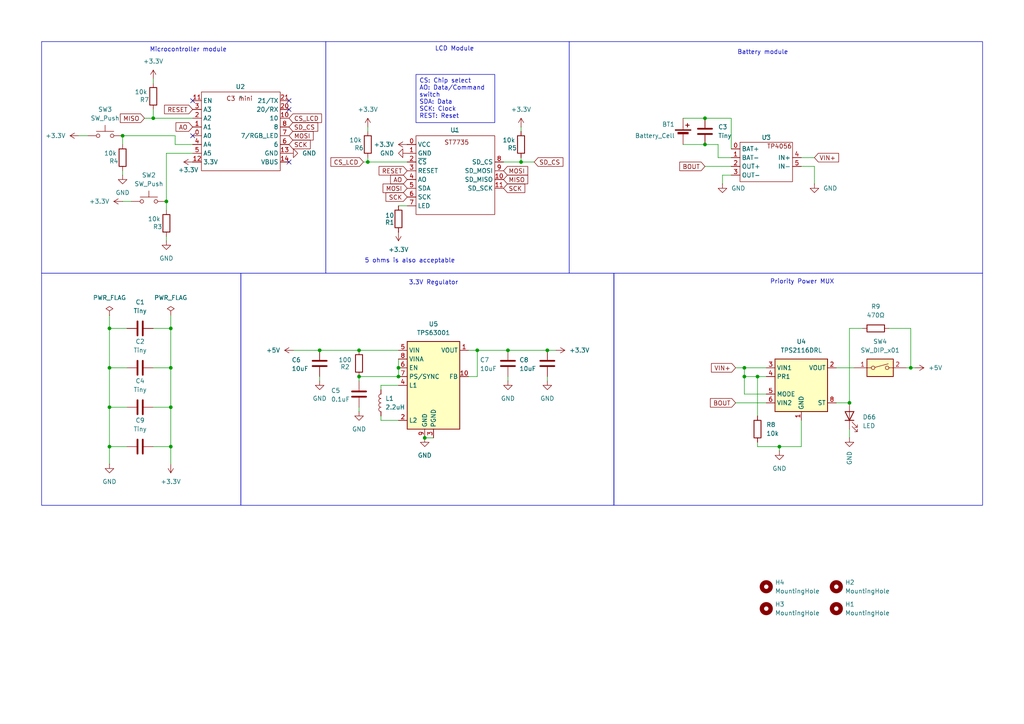
<source format=kicad_sch>
(kicad_sch (version 20250114) (generator "eeschema") (generator_version "9.0")
  (paper "A4")
  (title_block (title "Aniweather") (date "2024-12-05") (rev "v1.11") (company "Cyao") (comment 1 "Anime weather station"))
  (lib_symbols
    (symbol "Device:Battery_Cell" (pin_numbers (hide yes)) (pin_names (offset 0) (hide yes))
      (property "Reference" "BT" (at 2.54 2.54 0))
      (property "Value" "Battery_Cell" (at 2.54 0 0))
      (symbol "Battery_Cell_0_1"
        (rectangle (start -2.286 1.778) (end 2.286 1.524) (fill (type outline)))
        (rectangle (start -1.524 1.016) (end 1.524 0.508) (fill (type outline)))
        (polyline (pts (xy 0 1.778) (xy 0 2.54)))
        (polyline (pts (xy 0 0.762) (xy 0 0)))
        (polyline (pts (xy 0.762 3.048) (xy 1.778 3.048)) (stroke (width 0.254)))
        (polyline (pts (xy 1.27 3.556) (xy 1.27 2.54)) (stroke (width 0.254)))
      )
      (symbol "Battery_Cell_1_1"
        (pin passive line (at 0 5.08 270) (length 2.54) (name "+") (number "1"))
        (pin passive line (at 0 -2.54 90) (length 2.54) (name "-") (number "2"))
      )
    )
    (symbol "Device:C" (pin_numbers (hide yes)) (pin_names (offset 0.254))
      (property "Reference" "C" (at 0.635 2.54 0))
      (property "Value" "C" (at 0.635 -2.54 0))
      (symbol "C_0_1"
        (polyline (pts (xy -2.032 0.762) (xy 2.032 0.762)) (stroke (width 0.508)))
        (polyline (pts (xy -2.032 -0.762) (xy 2.032 -0.762)) (stroke (width 0.508)))
      )
      (symbol "C_1_1"
        (pin passive line (at 0 3.81 270) (length 2.794) (name "~") (number "1"))
        (pin passive line (at 0 -3.81 90) (length 2.794) (name "~") (number "2"))
      )
    )
    (symbol "Device:L" (pin_numbers (hide yes)) (pin_names (offset 1.016) (hide yes))
      (property "Reference" "L" (at -1.27 0 90))
      (property "Value" "L" (at 1.905 0 90))
      (symbol "L_0_1"
        (arc (start 0 2.54) (mid 0.6323 1.905) (end 0 1.27))
        (arc (start 0 1.27) (mid 0.6323 0.635) (end 0 0))
        (arc (start 0 0) (mid 0.6323 -0.635) (end 0 -1.27))
        (arc (start 0 -1.27) (mid 0.6323 -1.905) (end 0 -2.54))
      )
      (symbol "L_1_1"
        (pin passive line (at 0 3.81 270) (length 1.27) (name "1") (number "1"))
        (pin passive line (at 0 -3.81 90) (length 1.27) (name "2") (number "2"))
      )
    )
    (symbol "Device:LED" (pin_numbers (hide yes)) (pin_names (offset 1.016) (hide yes))
      (property "Reference" "D" (at 0 2.54 0))
      (property "Value" "LED" (at 0 -2.54 0))
      (symbol "LED_0_1"
        (polyline (pts (xy -3.048 -0.762) (xy -4.572 -2.286) (xy -3.81 -2.286) (xy -4.572 -2.286) (xy -4.572 -1.524)))
        (polyline (pts (xy -1.778 -0.762) (xy -3.302 -2.286) (xy -2.54 -2.286) (xy -3.302 -2.286) (xy -3.302 -1.524)))
        (polyline (pts (xy -1.27 0) (xy 1.27 0)))
        (polyline (pts (xy -1.27 -1.27) (xy -1.27 1.27)) (stroke (width 0.254)))
        (polyline (pts (xy 1.27 -1.27) (xy 1.27 1.27) (xy -1.27 0) (xy 1.27 -1.27)) (stroke (width 0.254)))
      )
      (symbol "LED_1_1"
        (pin passive line (at -3.81 0 0) (length 2.54) (name "K") (number "1"))
        (pin passive line (at 3.81 0 180) (length 2.54) (name "A") (number "2"))
      )
    )
    (symbol "Device:R" (pin_numbers (hide yes)) (pin_names (offset 0))
      (property "Reference" "R" (at 2.032 0 90))
      (property "Value" "R" (at 0 0 90))
      (symbol "R_0_1"
        (rectangle (start -1.016 -2.54) (end 1.016 2.54) (stroke (width 0.254)))
      )
      (symbol "R_1_1"
        (pin passive line (at 0 3.81 270) (length 1.27) (name "~") (number "1"))
        (pin passive line (at 0 -3.81 90) (length 1.27) (name "~") (number "2"))
      )
    )
    (symbol "Mechanical:MountingHole" (pin_names (offset 1.016)) (exclude_from_sim yes) (in_bom no)
      (property "Reference" "H" (at 0 5.08 0))
      (property "Value" "MountingHole" (at 0 3.175 0))
      (symbol "MountingHole_0_1"
        (circle (center 0 0) (radius 1.27) (stroke (width 1.27)))
      )
    )
    (symbol "Power_Management:TPS2116DRL"
      (property "Reference" "U" (at -7.874 9.144 0))
      (property "Value" "TPS2116DRL" (at 0.508 -8.89 0))
      (symbol "TPS2116DRL_0_1"
        (rectangle (start -7.62 7.62) (end 7.62 -7.62) (stroke (width 0.254)) (fill (type background)))
      )
      (symbol "TPS2116DRL_1_0"
        (pin power_out line (at 10.16 5.08 180) (length 2.54) (hide yes) (name "VOUT") (number "7"))
      )
      (symbol "TPS2116DRL_1_1"
        (pin power_in line (at -10.16 5.08 0) (length 2.54) (name "VIN1") (number "3"))
        (pin input line (at -10.16 2.54 0) (length 2.54) (name "PR1") (number "4"))
        (pin input line (at -10.16 -2.54 0) (length 2.54) (name "MODE") (number "5"))
        (pin power_in line (at -10.16 -5.08 0) (length 2.54) (name "VIN2") (number "6"))
        (pin power_in line (at 0 -10.16 90) (length 2.54) (name "GND") (number "1"))
        (pin power_out line (at 10.16 5.08 180) (length 2.54) (name "VOUT") (number "2"))
        (pin open_collector line (at 10.16 -5.08 180) (length 2.54) (name "ST") (number "8"))
      )
    )
    (symbol "Regulator_Switching:TPS63001"
      (property "Reference" "U" (at -7.62 13.97 0))
      (property "Value" "TPS63001" (at 5.08 13.97 0))
      (symbol "TPS63001_0_1"
        (rectangle (start -7.62 12.7) (end 7.62 -12.7) (stroke (width 0.254)) (fill (type background)))
      )
      (symbol "TPS63001_1_1"
        (pin power_in line (at -10.16 10.16 0) (length 2.54) (name "VIN") (number "5"))
        (pin power_in line (at -10.16 7.62 0) (length 2.54) (name "VINA") (number "8"))
        (pin input line (at -10.16 5.08 0) (length 2.54) (name "EN") (number "6"))
        (pin input line (at -10.16 2.54 0) (length 2.54) (name "PS/SYNC") (number "7"))
        (pin input line (at -10.16 0 0) (length 2.54) (name "L1") (number "4"))
        (pin input line (at -10.16 -10.16 0) (length 2.54) (name "L2") (number "2"))
        (pin power_in line (at -2.54 -15.24 90) (length 2.54) (name "GND") (number "9"))
        (pin passive line (at 0 -15.24 90) (length 2.54) (hide yes) (name "PGND") (number "11"))
        (pin power_in line (at 0 -15.24 90) (length 2.54) (name "PGND") (number "3"))
        (pin power_out line (at 10.16 10.16 180) (length 2.54) (name "VOUT") (number "1"))
        (pin input line (at 10.16 2.54 180) (length 2.54) (name "FB") (number "10"))
      )
    )
    (symbol "Switch:SW_DIP_x01" (pin_names (offset 0) (hide yes))
      (property "Reference" "SW" (at 0 3.81 0))
      (property "Value" "SW_DIP_x01" (at 0 -3.81 0))
      (symbol "SW_DIP_x01_0_0"
        (circle (center -2.032 0) (radius 0.508))
        (polyline (pts (xy -1.524 0.127) (xy 2.3622 1.1684)))
        (circle (center 2.032 0) (radius 0.508))
      )
      (symbol "SW_DIP_x01_0_1"
        (rectangle (start -3.81 2.54) (end 3.81 -2.54) (stroke (width 0.254)) (fill (type background)))
      )
      (symbol "SW_DIP_x01_1_1"
        (pin passive line (at -7.62 0 0) (length 5.08) (name "~") (number "1"))
        (pin passive line (at 7.62 0 180) (length 5.08) (name "~") (number "2"))
      )
    )
    (symbol "Switch:SW_Push" (pin_numbers (hide yes)) (pin_names (offset 1.016) (hide yes))
      (property "Reference" "SW" (at 1.27 2.54 0))
      (property "Value" "SW_Push" (at 0 -1.524 0))
      (symbol "SW_Push_0_1"
        (circle (center -2.032 0) (radius 0.508))
        (polyline (pts (xy 0 1.27) (xy 0 3.048)))
        (circle (center 2.032 0) (radius 0.508))
        (polyline (pts (xy 2.54 1.27) (xy -2.54 1.27)))
        (pin passive line (at -5.08 0 0) (length 2.54) (name "1") (number "1"))
        (pin passive line (at 5.08 0 180) (length 2.54) (name "2") (number "2"))
      )
    )
    (symbol "asylum:C3-mini"
      (property "Reference" "U" (at 0 0 0))
      (symbol "C3-mini_0_1"
        (rectangle (start -11.43 11.43) (end 11.43 -11.43))
      )
      (symbol "C3-mini_1_1"
        (text "C3 mini\n" (at -0.381 9.525 0) (effects (font (size 1.27 1.27))))
        (pin input line (at -13.97 8.89 0) (length 2.54) (name "EN") (number "11"))
        (pin bidirectional line (at -13.97 6.35 0) (length 2.54) (name "A3") (number "3"))
        (pin bidirectional line (at -13.97 3.81 0) (length 2.54) (name "A2") (number "2"))
        (pin bidirectional line (at -13.97 1.27 0) (length 2.54) (name "A1") (number "1"))
        (pin bidirectional line (at -13.97 -1.27 0) (length 2.54) (name "A0") (number "0"))
        (pin bidirectional line (at -13.97 -3.81 0) (length 2.54) (name "A4") (number "4"))
        (pin bidirectional line (at -13.97 -6.35 0) (length 2.54) (name "A5") (number "5"))
        (pin power_out line (at -13.97 -8.89 0) (length 2.54) (name "3.3V") (number "12"))
        (pin bidirectional line (at 13.97 8.89 180) (length 2.54) (name "21/TX") (number "21"))
        (pin bidirectional line (at 13.97 6.35 180) (length 2.54) (name "20/RX") (number "20"))
        (pin bidirectional line (at 13.97 3.81 180) (length 2.54) (name "10") (number "10"))
        (pin bidirectional line (at 13.97 1.27 180) (length 2.54) (name "8") (number "8"))
        (pin bidirectional line (at 13.97 -1.27 180) (length 2.54) (name "7/RGB_LED") (number "7"))
        (pin bidirectional line (at 13.97 -3.81 180) (length 2.54) (name "6") (number "6"))
        (pin power_out line (at 13.97 -6.35 180) (length 2.54) (name "GND") (number "13"))
        (pin power_in line (at 13.97 -8.89 180) (length 2.54) (name "VBUS") (number "14"))
      )
    )
    (symbol "asylum:ST7735_128x160_1.8_SPI_LCD"
      (property "Reference" "U" (at 0 0 0))
      (symbol "ST7735_128x160_1.8_SPI_LCD_0_1"
        (rectangle (start -11.43 11.43) (end 11.43 -11.43))
      )
      (symbol "ST7735_128x160_1.8_SPI_LCD_1_1"
        (text "ST7735" (at 0.381 9.525 0) (effects (font (size 1.27 1.27))))
        (pin power_out line (at -13.97 8.89 0) (length 2.54) (name "VCC") (number "0"))
        (pin power_out line (at -13.97 6.35 0) (length 2.54) (name "GND") (number "1"))
        (pin input line (at -13.97 3.81 0) (length 2.54) (name "~{CS}") (number "2"))
        (pin input line (at -13.97 1.27 0) (length 2.54) (name "RESET") (number "3"))
        (pin input line (at -13.97 -1.27 0) (length 2.54) (name "AO") (number "4"))
        (pin input line (at -13.97 -3.81 0) (length 2.54) (name "SDA") (number "5"))
        (pin input line (at -13.97 -6.35 0) (length 2.54) (name "SCK") (number "6"))
        (pin input line (at -13.97 -8.89 0) (length 2.54) (name "LED") (number "7"))
        (pin input line (at 13.97 3.81 180) (length 2.54) (name "SD_CS") (number "8"))
        (pin input line (at 13.97 1.27 180) (length 2.54) (name "SD_MOSI") (number "9"))
        (pin output line (at 13.97 -1.27 180) (length 2.54) (name "SD_MISO") (number "10"))
        (pin input line (at 13.97 -3.81 180) (length 2.54) (name "SD_SCK") (number "11"))
      )
    )
    (symbol "asylum:TP4056"
      (property "Reference" "U" (at 0 0 0))
      (symbol "TP4056_0_1"
        (rectangle (start -7.62 5.715) (end 7.62 -5.715))
      )
      (symbol "TP4056_1_1"
        (text "TP4056\n" (at 3.81 4.572 0) (effects (font (size 1.27 1.27))))
        (pin power_out line (at -10.16 3.81 0) (length 2.54) (name "BAT+") (number "0"))
        (pin power_out line (at -10.16 1.27 0) (length 2.54) (name "BAT-") (number "1"))
        (pin power_out line (at -10.16 -1.27 0) (length 2.54) (name "OUT+") (number "2"))
        (pin power_out line (at -10.16 -3.81 0) (length 2.54) (name "OUT-") (number "3"))
        (pin power_out line (at 10.16 1.27 180) (length 2.54) (name "IN+") (number "4"))
        (pin power_out line (at 10.16 -1.27 180) (length 2.54) (name "IN-") (number "5"))
      )
    )
    (symbol "power:+3.3V" (power) (pin_numbers (hide yes)) (pin_names (offset 0) (hide yes))
      (property "Value" "+3.3V" (at 0 3.556 0))
      (symbol "+3.3V_0_1"
        (polyline (pts (xy -0.762 1.27) (xy 0 2.54)))
        (polyline (pts (xy 0 2.54) (xy 0.762 1.27)))
        (polyline (pts (xy 0 0) (xy 0 2.54)))
      )
      (symbol "+3.3V_1_1"
        (pin power_in line (at 0 0 90) (length 0) (name "~") (number "1"))
      )
    )
    (symbol "power:+5V" (power) (pin_numbers (hide yes)) (pin_names (offset 0) (hide yes))
      (property "Value" "+5V" (at 0 3.556 0))
      (symbol "+5V_0_1"
        (polyline (pts (xy -0.762 1.27) (xy 0 2.54)))
        (polyline (pts (xy 0 2.54) (xy 0.762 1.27)))
        (polyline (pts (xy 0 0) (xy 0 2.54)))
      )
      (symbol "+5V_1_1"
        (pin power_in line (at 0 0 90) (length 0) (name "~") (number "1"))
      )
    )
    (symbol "power:GND" (power) (pin_numbers (hide yes)) (pin_names (offset 0) (hide yes))
      (property "Value" "GND" (at 0 -3.81 0))
      (symbol "GND_0_1"
        (polyline (pts (xy 0 0) (xy 0 -1.27) (xy 1.27 -1.27) (xy 0 -2.54) (xy -1.27 -1.27) (xy 0 -1.27)))
      )
      (symbol "GND_1_1"
        (pin power_in line (at 0 0 270) (length 0) (name "~") (number "1"))
      )
    )
    (symbol "power:PWR_FLAG" (power) (pin_numbers (hide yes)) (pin_names (offset 0) (hide yes))
      (property "Value" "PWR_FLAG" (at 0 3.81 0))
      (symbol "PWR_FLAG_0_0"
        (pin power_out line (at 0 0 90) (length 0) (name "~") (number "1"))
      )
      (symbol "PWR_FLAG_0_1"
        (polyline (pts (xy 0 0) (xy 0 1.27) (xy -1.016 1.905) (xy 0 2.54) (xy 1.016 1.905) (xy 0 1.27)))
      )
    )
  )
  (rectangle (start 69.85 79.248) (end 178.054 146.558))
  (rectangle (start 178.054 79.248) (end 284.988 146.558))
  (rectangle (start 165.1 12.065) (end 284.988 79.248))
  (rectangle (start 12.065 12.065) (end 94.488 79.248))
  (rectangle (start 12.065 79.248) (end 69.85 146.558))
  (rectangle (start 94.488 12.065) (end 165.1 79.248))
  (text "Microcontroller module" (at 54.61 14.478 0) (effects (font (size 1.27 1.27))))
  (text "Battery module" (at 221.234 15.24 0) (effects (font (size 1.27 1.27))))
  (text "3.3V Regulator" (at 125.73 82.042 0) (effects (font (size 1.27 1.27))))
  (text "Priority Power MUX" (at 232.664 81.788 0) (effects (font (size 1.27 1.27))))
  (text "5 ohms is also acceptable" (at 118.872 75.692 0) (effects (font (size 1.27 1.27))))
  (text "LCD Module" (at 131.826 14.224 0) (effects (font (size 1.27 1.27))))
  (text_box "CS: Chip select\nAO: Data/Command switch\nSDA: Data\nSCK: Clock\nREST: Reset" (at 120.65 21.59 0) (size 22.86 13.97) (margins 0.9525 0.9525 0.9525 0.9525) (effects (font (size 1.27 1.27)) (justify left top)))
  (junction (at 215.9 109.22))
  (junction (at 31.75 129.54))
  (junction (at 215.9 106.68))
  (junction (at 31.75 106.68))
  (junction (at 204.47 34.29))
  (junction (at 115.57 109.22))
  (junction (at 35.56 39.37))
  (junction (at 31.75 118.11))
  (junction (at 49.53 129.54))
  (junction (at 226.06 129.54))
  (junction (at 104.14 109.22))
  (junction (at 49.53 106.68))
  (junction (at 204.47 41.91))
  (junction (at 219.71 109.22))
  (junction (at 264.16 106.68))
  (junction (at 48.26 58.42))
  (junction (at 106.68 46.99))
  (junction (at 49.53 95.25))
  (junction (at 147.32 101.6))
  (junction (at 158.75 101.6))
  (junction (at 104.14 101.6))
  (junction (at 123.19 127))
  (junction (at 115.57 106.68))
  (junction (at 138.43 101.6))
  (junction (at 49.53 118.11))
  (junction (at 92.71 101.6))
  (junction (at 31.75 95.25))
  (junction (at 44.45 34.29))
  (junction (at 246.38 116.84))
  (junction (at 151.13 46.99))
  (no_connect (at 83.82 46.99))
  (no_connect (at 55.88 39.37))
  (no_connect (at 55.88 29.21))
  (no_connect (at 83.82 29.21))
  (no_connect (at 83.82 31.75))
  (wire (pts (xy 35.56 50.8) (xy 35.56 49.53)))
  (wire (pts (xy 215.9 109.22) (xy 219.71 109.22)))
  (wire (pts (xy 31.75 95.25) (xy 31.75 106.68)))
  (wire (pts (xy 204.47 48.26) (xy 212.09 48.26)))
  (wire (pts (xy 147.32 109.22) (xy 147.32 110.49)))
  (wire (pts (xy 219.71 128.27) (xy 219.71 129.54)))
  (wire (pts (xy 242.57 116.84) (xy 246.38 116.84)))
  (wire (pts (xy 104.14 109.22) (xy 115.57 109.22)))
  (wire (pts (xy 50.8 41.91) (xy 55.88 41.91)))
  (wire (pts (xy 110.49 113.03) (xy 110.49 111.76)))
  (wire (pts (xy 49.53 129.54) (xy 49.53 134.62)))
  (wire (pts (xy 22.86 39.37) (xy 25.4 39.37)))
  (wire (pts (xy 49.53 95.25) (xy 49.53 106.68)))
  (wire (pts (xy 115.57 59.69) (xy 118.11 59.69)))
  (wire (pts (xy 104.14 119.38) (xy 104.14 118.11)))
  (wire (pts (xy 44.45 95.25) (xy 49.53 95.25)))
  (wire (pts (xy 151.13 46.99) (xy 146.05 46.99)))
  (wire (pts (xy 49.53 106.68) (xy 49.53 118.11)))
  (wire (pts (xy 215.9 106.68) (xy 222.25 106.68)))
  (wire (pts (xy 105.41 46.99) (xy 106.68 46.99)))
  (wire (pts (xy 265.43 106.68) (xy 264.16 106.68)))
  (wire (pts (xy 35.56 39.37) (xy 50.8 39.37)))
  (wire (pts (xy 213.36 106.68) (xy 215.9 106.68)))
  (wire (pts (xy 209.55 50.8) (xy 212.09 50.8)))
  (wire (pts (xy 35.56 39.37) (xy 35.56 41.91)))
  (wire (pts (xy 226.06 129.54) (xy 232.41 129.54)))
  (wire (pts (xy 246.38 95.25) (xy 246.38 116.84)))
  (wire (pts (xy 242.57 106.68) (xy 247.65 106.68)))
  (wire (pts (xy 106.68 46.99) (xy 118.11 46.99)))
  (wire (pts (xy 262.89 106.68) (xy 264.16 106.68)))
  (wire (pts (xy 49.53 91.44) (xy 49.53 95.25)))
  (wire (pts (xy 92.71 110.49) (xy 92.71 109.22)))
  (wire (pts (xy 41.91 34.29) (xy 44.45 34.29)))
  (wire (pts (xy 232.41 45.72) (xy 236.22 45.72)))
  (wire (pts (xy 123.19 127) (xy 125.73 127)))
  (wire (pts (xy 219.71 129.54) (xy 226.06 129.54)))
  (wire (pts (xy 161.29 101.6) (xy 158.75 101.6)))
  (wire (pts (xy 135.89 109.22) (xy 138.43 109.22)))
  (wire (pts (xy 48.26 69.85) (xy 48.26 68.58)))
  (wire (pts (xy 208.28 41.91) (xy 208.28 45.72)))
  (wire (pts (xy 44.45 129.54) (xy 49.53 129.54)))
  (wire (pts (xy 44.45 34.29) (xy 55.88 34.29)))
  (wire (pts (xy 49.53 118.11) (xy 49.53 129.54)))
  (wire (pts (xy 36.83 118.11) (xy 31.75 118.11)))
  (wire (pts (xy 110.49 111.76) (xy 115.57 111.76)))
  (wire (pts (xy 106.68 45.72) (xy 106.68 46.99)))
  (wire (pts (xy 208.28 41.91) (xy 204.47 41.91)))
  (wire (pts (xy 115.57 106.68) (xy 115.57 109.22)))
  (wire (pts (xy 198.12 34.29) (xy 204.47 34.29)))
  (wire (pts (xy 31.75 129.54) (xy 36.83 129.54)))
  (wire (pts (xy 31.75 118.11) (xy 31.75 129.54)))
  (wire (pts (xy 31.75 91.44) (xy 31.75 95.25)))
  (wire (pts (xy 219.71 109.22) (xy 222.25 109.22)))
  (wire (pts (xy 212.09 34.29) (xy 212.09 43.18)))
  (wire (pts (xy 158.75 101.6) (xy 147.32 101.6)))
  (wire (pts (xy 236.22 53.34) (xy 236.22 48.26)))
  (wire (pts (xy 106.68 36.83) (xy 106.68 38.1)))
  (wire (pts (xy 147.32 101.6) (xy 138.43 101.6)))
  (wire (pts (xy 92.71 101.6) (xy 104.14 101.6)))
  (wire (pts (xy 35.56 58.42) (xy 38.1 58.42)))
  (wire (pts (xy 138.43 109.22) (xy 138.43 101.6)))
  (wire (pts (xy 215.9 109.22) (xy 215.9 106.68)))
  (wire (pts (xy 104.14 109.22) (xy 104.14 110.49)))
  (wire (pts (xy 264.16 95.25) (xy 264.16 106.68)))
  (wire (pts (xy 44.45 22.86) (xy 44.45 24.13)))
  (wire (pts (xy 115.57 104.14) (xy 115.57 106.68)))
  (wire (pts (xy 31.75 129.54) (xy 31.75 134.62)))
  (wire (pts (xy 204.47 34.29) (xy 212.09 34.29)))
  (wire (pts (xy 104.14 101.6) (xy 115.57 101.6)))
  (wire (pts (xy 209.55 50.8) (xy 209.55 53.34)))
  (wire (pts (xy 48.26 58.42) (xy 48.26 60.96)))
  (wire (pts (xy 232.41 129.54) (xy 232.41 121.92)))
  (wire (pts (xy 44.45 106.68) (xy 49.53 106.68)))
  (wire (pts (xy 158.75 109.22) (xy 158.75 110.49)))
  (wire (pts (xy 213.36 116.84) (xy 222.25 116.84)))
  (wire (pts (xy 44.45 118.11) (xy 49.53 118.11)))
  (wire (pts (xy 246.38 95.25) (xy 250.19 95.25)))
  (wire (pts (xy 50.8 39.37) (xy 50.8 41.91)))
  (wire (pts (xy 236.22 48.26) (xy 232.41 48.26)))
  (wire (pts (xy 36.83 106.68) (xy 31.75 106.68)))
  (wire (pts (xy 246.38 124.46) (xy 246.38 127)))
  (wire (pts (xy 110.49 121.92) (xy 110.49 120.65)))
  (wire (pts (xy 198.12 41.91) (xy 204.47 41.91)))
  (wire (pts (xy 208.28 45.72) (xy 212.09 45.72)))
  (wire (pts (xy 151.13 36.83) (xy 151.13 38.1)))
  (wire (pts (xy 36.83 95.25) (xy 31.75 95.25)))
  (wire (pts (xy 257.81 95.25) (xy 264.16 95.25)))
  (wire (pts (xy 48.26 44.45) (xy 55.88 44.45)))
  (wire (pts (xy 31.75 106.68) (xy 31.75 118.11)))
  (wire (pts (xy 115.57 121.92) (xy 110.49 121.92)))
  (wire (pts (xy 154.94 46.99) (xy 151.13 46.99)))
  (wire (pts (xy 222.25 114.3) (xy 215.9 114.3)))
  (wire (pts (xy 215.9 114.3) (xy 215.9 109.22)))
  (wire (pts (xy 48.26 58.42) (xy 48.26 44.45)))
  (wire (pts (xy 151.13 45.72) (xy 151.13 46.99)))
  (wire (pts (xy 138.43 101.6) (xy 135.89 101.6)))
  (wire (pts (xy 219.71 109.22) (xy 219.71 120.65)))
  (wire (pts (xy 44.45 31.75) (xy 44.45 34.29)))
  (wire (pts (xy 226.06 130.81) (xy 226.06 129.54)))
  (wire (pts (xy 85.09 101.6) (xy 92.71 101.6)))
  (global_label "AO" (shape input) (at 55.88 36.83 180) (property "Intersheetrefs" "${INTERSHEET_REFS}" (effects (hide yes))))
  (global_label "VIN+" (shape input) (at 236.22 45.72 0) (property "Intersheetrefs" "${INTERSHEET_REFS}" (effects (hide yes))))
  (global_label "VIN+" (shape input) (at 213.36 106.68 180) (property "Intersheetrefs" "${INTERSHEET_REFS}" (effects (hide yes))))
  (global_label "RESET" (shape input) (at 118.11 49.53 180) (property "Intersheetrefs" "${INTERSHEET_REFS}" (effects (hide yes))))
  (global_label "AO" (shape input) (at 118.11 52.07 180) (property "Intersheetrefs" "${INTERSHEET_REFS}" (effects (hide yes))))
  (global_label "MOSI" (shape input) (at 118.11 54.61 180) (property "Intersheetrefs" "${INTERSHEET_REFS}" (effects (hide yes))))
  (global_label "MOSI" (shape input) (at 146.05 49.53 0) (property "Intersheetrefs" "${INTERSHEET_REFS}" (effects (hide yes))))
  (global_label "MISO" (shape input) (at 146.05 52.07 0) (property "Intersheetrefs" "${INTERSHEET_REFS}" (effects (hide yes))))
  (global_label "SCK" (shape input) (at 118.11 57.15 180) (property "Intersheetrefs" "${INTERSHEET_REFS}" (effects (hide yes))))
  (global_label "SCK" (shape input) (at 83.82 41.91 0) (property "Intersheetrefs" "${INTERSHEET_REFS}" (effects (hide yes))))
  (global_label "MOSI" (shape input) (at 83.82 39.37 0) (property "Intersheetrefs" "${INTERSHEET_REFS}" (effects (hide yes))))
  (global_label "RESET" (shape input) (at 55.88 31.75 180) (property "Intersheetrefs" "${INTERSHEET_REFS}" (effects (hide yes))))
  (global_label "MISO" (shape input) (at 41.91 34.29 180) (property "Intersheetrefs" "${INTERSHEET_REFS}" (effects (hide yes))))
  (global_label "CS_LCD" (shape input) (at 83.82 34.29 0) (property "Intersheetrefs" "${INTERSHEET_REFS}" (effects (hide yes))))
  (global_label "BOUT" (shape input) (at 213.36 116.84 180) (property "Intersheetrefs" "${INTERSHEET_REFS}" (effects (hide yes))))
  (global_label "SD_CS" (shape input) (at 154.94 46.99 0) (property "Intersheetrefs" "${INTERSHEET_REFS}" (effects (hide yes))))
  (global_label "SCK" (shape input) (at 146.05 54.61 0) (property "Intersheetrefs" "${INTERSHEET_REFS}" (effects (hide yes))))
  (global_label "SD_CS" (shape input) (at 83.82 36.83 0) (property "Intersheetrefs" "${INTERSHEET_REFS}" (effects (hide yes))))
  (global_label "BOUT" (shape input) (at 204.47 48.26 180) (property "Intersheetrefs" "${INTERSHEET_REFS}" (effects (hide yes))))
  (global_label "CS_LCD" (shape input) (at 105.41 46.99 180) (property "Intersheetrefs" "${INTERSHEET_REFS}" (effects (hide yes))))
  (symbol (lib_id "power:+3.3V") (at 44.45 22.86 0) (unit 1)
    (property "Reference" "#PWR021" (effects (hide yes)))
    (property "Value" "+3.3V" (at 44.45 17.78 0))
    (property "Description" "Power symbol creates a global label with name \"+3.3V\"" (effects (hide yes)))
  )
  (symbol (lib_id "power:+5V") (at 265.43 106.68 270) (unit 1)
    (property "Reference" "#PWR025" (effects (hide yes)))
    (property "Value" "+5V" (at 269.24 106.6799 90) (effects (justify left)))
    (property "Description" "Power symbol creates a global label with name \"+5V\"" (effects (hide yes)))
  )
  (symbol (lib_id "Switch:SW_DIP_x01") (at 255.27 106.68 0) (unit 1)
    (property "Reference" "SW4" (at 255.27 99.06 0))
    (property "Value" "SW_DIP_x01" (at 255.27 101.6 0))
    (property "Footprint" "Button_Switch_THT:SW_DIP_SPSTx01_Slide_9.78x4.72mm_W7.62mm_P2.54mm" (effects (hide yes)))
    (property "Description" "1x DIP Switch, Single Pole Single Throw (SPST) switch, small symbol" (effects (hide yes)))
  )
  (symbol (lib_id "power:GND") (at 226.06 130.81 0) (unit 1)
    (property "Reference" "#PWR024" (effects (hide yes)))
    (property "Value" "GND" (at 226.06 135.89 0))
    (property "Description" "Power symbol creates a global label with name \"GND\" , ground" (effects (hide yes)))
  )
  (symbol (lib_id "Device:R") (at 151.13 41.91 180) (unit 1)
    (property "Reference" "R5" (at 148.59 42.926 0))
    (property "Value" "10k" (at 147.574 40.64 0))
    (property "Footprint" "Resistor_THT:R_Axial_DIN0207_L6.3mm_D2.5mm_P10.16mm_Horizontal" (effects (hide yes)))
    (property "Description" "Resistor" (effects (hide yes)))
  )
  (symbol (lib_id "Device:R") (at 106.68 41.91 180) (unit 1)
    (property "Reference" "R6" (at 104.14 42.926 0))
    (property "Value" "10k" (at 103.124 40.64 0))
    (property "Footprint" "Resistor_THT:R_Axial_DIN0207_L6.3mm_D2.5mm_P10.16mm_Horizontal" (effects (hide yes)))
    (property "Description" "Resistor" (effects (hide yes)))
  )
  (symbol (lib_id "power:+3.3V") (at 22.86 39.37 90) (unit 1)
    (property "Reference" "#PWR017" (effects (hide yes)))
    (property "Value" "+3.3V" (at 19.05 39.3699 90) (effects (justify left)))
    (property "Description" "Power symbol creates a global label with name \"+3.3V\"" (effects (hide yes)))
  )
  (symbol (lib_id "Device:C") (at 104.14 114.3 0) (unit 1)
    (property "Reference" "C5" (at 96.012 113.284 0) (effects (justify left)))
    (property "Value" "0.1uF" (at 96.012 115.824 0) (effects (justify left)))
    (property "Footprint" "Capacitor_THT:C_Disc_D5.0mm_W2.5mm_P2.50mm" (effects (hide yes)))
    (property "Description" "Unpolarized capacitor" (effects (hide yes)))
  )
  (symbol (lib_id "power:GND") (at 236.22 53.34 0) (unit 1)
    (property "Reference" "#PWR023" (effects (hide yes)))
    (property "Value" "GND" (at 238.76 54.6099 0) (effects (justify left)))
    (property "Description" "Power symbol creates a global label with name \"GND\" , ground" (effects (hide yes)))
  )
  (symbol (lib_id "power:GND") (at 48.26 69.85 0) (unit 1)
    (property "Reference" "#PWR02" (effects (hide yes)))
    (property "Value" "GND" (at 48.26 74.93 0))
    (property "Description" "Power symbol creates a global label with name \"GND\" , ground" (effects (hide yes)))
  )
  (symbol (lib_id "power:+5V") (at 85.09 101.6 90) (unit 1)
    (property "Reference" "#PWR022" (effects (hide yes)))
    (property "Value" "+5V" (at 81.28 101.5999 90) (effects (justify left)))
    (property "Description" "Power symbol creates a global label with name \"+5V\"" (effects (hide yes)))
  )
  (symbol (lib_id "Device:C") (at 158.75 105.41 0) (unit 1)
    (property "Reference" "C8" (at 150.622 104.394 0) (effects (justify left)))
    (property "Value" "10uF" (at 150.622 106.934 0) (effects (justify left)))
    (property "Footprint" "Capacitor_SMD:C_0805_2012Metric_Pad1.18x1.45mm_HandSolder" (effects (hide yes)))
    (property "Description" "Unpolarized capacitor" (effects (hide yes)))
  )
  (symbol (lib_id "Device:C") (at 40.64 118.11 270) (unit 1)
    (property "Reference" "C4" (at 40.64 110.49 90))
    (property "Value" "Tiny" (at 40.64 113.03 90))
    (property "Footprint" "Capacitor_THT:C_Disc_D5.0mm_W2.5mm_P2.50mm" (effects (hide yes)))
    (property "Description" "Unpolarized capacitor" (effects (hide yes)))
  )
  (symbol (lib_id "Device:C") (at 147.32 105.41 0) (unit 1)
    (property "Reference" "C7" (at 139.192 104.394 0) (effects (justify left)))
    (property "Value" "10uF" (at 139.192 106.934 0) (effects (justify left)))
    (property "Footprint" "Capacitor_SMD:C_0805_2012Metric_Pad1.18x1.45mm_HandSolder" (effects (hide yes)))
    (property "Description" "Unpolarized capacitor" (effects (hide yes)))
  )
  (symbol (lib_id "Device:C") (at 40.64 95.25 90) (unit 1)
    (property "Reference" "C1" (at 40.64 87.63 90))
    (property "Value" "Tiny" (at 40.64 90.17 90))
    (property "Footprint" "Capacitor_THT:C_Disc_D5.0mm_W2.5mm_P2.50mm" (effects (hide yes)))
    (property "Description" "Unpolarized capacitor" (effects (hide yes)))
  )
  (symbol (lib_id "power:GND") (at 104.14 119.38 0) (unit 1)
    (property "Reference" "#PWR013" (effects (hide yes)))
    (property "Value" "GND" (at 104.14 124.46 0))
    (property "Description" "Power symbol creates a global label with name \"GND\" , ground" (effects (hide yes)))
  )
  (symbol (lib_id "power:+3.3V") (at 161.29 101.6 270) (unit 1)
    (property "Reference" "#PWR07" (effects (hide yes)))
    (property "Value" "+3.3V" (at 165.1 101.5999 90) (effects (justify left)))
    (property "Description" "Power symbol creates a global label with name \"+3.3V\"" (effects (hide yes)))
  )
  (symbol (lib_id "power:GND") (at 158.75 110.49 0) (unit 1)
    (property "Reference" "#PWR015" (effects (hide yes)))
    (property "Value" "GND" (at 158.75 115.57 0))
    (property "Description" "Power symbol creates a global label with name \"GND\" , ground" (effects (hide yes)))
  )
  (symbol (lib_id "Regulator_Switching:TPS63001") (at 125.73 111.76 0) (unit 1)
    (property "Reference" "U5" (at 125.73 93.98 0))
    (property "Value" "TPS63001" (at 125.73 96.52 0))
    (property "Footprint" "Package_SON:Texas_DRC0010J_ThermalVias" (effects (hide yes)))
    (property "Datasheet" "http://www.ti.com/lit/ds/symlink/tps63000.pdf" (effects (hide yes)))
    (property "Description" "Buck-Boost Converter, 1.8-5.5V Input Voltage, 1.7A Switch Current, 3.3V Output Voltage, VSON-10" (effects (hide yes)))
  )
  (symbol (lib_id "Device:C") (at 40.64 129.54 270) (unit 1)
    (property "Reference" "C9" (at 40.64 121.92 90))
    (property "Value" "Tiny" (at 40.64 124.46 90))
    (property "Footprint" "Capacitor_THT:C_Disc_D5.0mm_W2.5mm_P2.50mm" (effects (hide yes)))
    (property "Description" "Unpolarized capacitor" (effects (hide yes)))
  )
  (symbol (lib_id "Device:R") (at 219.71 124.46 180) (unit 1)
    (property "Reference" "R8" (at 222.25 123.1899 0) (effects (justify right)))
    (property "Value" "10k" (at 222.25 125.7299 0) (effects (justify right)))
    (property "Footprint" "Resistor_THT:R_Axial_DIN0207_L6.3mm_D2.5mm_P10.16mm_Horizontal" (effects (hide yes)))
    (property "Description" "Resistor" (effects (hide yes)))
  )
  (symbol (lib_id "power:GND") (at 118.11 44.45 270) (unit 1)
    (property "Reference" "#PWR04" (effects (hide yes)))
    (property "Value" "GND" (at 114.3 44.4499 90) (effects (justify right)))
    (property "Description" "Power symbol creates a global label with name \"GND\" , ground" (effects (hide yes)))
  )
  (symbol (lib_id "Mechanical:MountingHole") (at 242.57 176.53 0) (unit 1) (exclude_from_sim yes) (in_bom no)
    (property "Reference" "H1" (at 245.11 175.2599 0) (effects (justify left)))
    (property "Value" "MountingHole" (at 245.11 177.7999 0) (effects (justify left)))
    (property "Footprint" "MountingHole:MountingHole_3.2mm_M3" (effects (hide yes)))
    (property "Description" "Mounting Hole without connection" (effects (hide yes)))
  )
  (symbol (lib_id "Device:LED") (at 246.38 120.65 90) (unit 1)
    (property "Reference" "D66" (at 250.19 120.9674 90) (effects (justify right)))
    (property "Value" "LED" (at 250.19 123.5074 90) (effects (justify right)))
    (property "Footprint" "LED_SMD:LED_0603_1608Metric_Pad1.05x0.95mm_HandSolder" (effects (hide yes)))
    (property "Description" "Light emitting diode" (effects (hide yes)))
  )
  (symbol (lib_id "power:PWR_FLAG") (at 49.53 91.44 0) (unit 1)
    (property "Reference" "#FLG01" (effects (hide yes)))
    (property "Value" "PWR_FLAG" (at 49.53 86.36 0))
    (property "Description" "Special symbol for telling ERC where power comes from" (effects (hide yes)))
  )
  (symbol (lib_id "Device:R") (at 35.56 45.72 180) (unit 1)
    (property "Reference" "R4" (at 33.02 46.736 0))
    (property "Value" "10k" (at 32.004 44.45 0))
    (property "Footprint" "Resistor_THT:R_Axial_DIN0207_L6.3mm_D2.5mm_P10.16mm_Horizontal" (effects (hide yes)))
    (property "Description" "Resistor" (effects (hide yes)))
  )
  (symbol (lib_id "Mechanical:MountingHole") (at 242.57 170.18 0) (unit 1) (exclude_from_sim yes) (in_bom no)
    (property "Reference" "H2" (at 245.11 168.9099 0) (effects (justify left)))
    (property "Value" "MountingHole" (at 245.11 171.4499 0) (effects (justify left)))
    (property "Footprint" "MountingHole:MountingHole_3.2mm_M3" (effects (hide yes)))
    (property "Description" "Mounting Hole without connection" (effects (hide yes)))
  )
  (symbol (lib_id "Switch:SW_Push") (at 43.18 58.42 0) (unit 1)
    (property "Reference" "SW2" (at 43.18 50.8 0))
    (property "Value" "SW_Push" (at 43.18 53.34 0))
    (property "Footprint" "Button_Switch_THT:SW_PUSH_6mm" (effects (hide yes)))
    (property "Description" "Push button switch, generic, two pins" (effects (hide yes)))
  )
  (symbol (lib_id "power:PWR_FLAG") (at 31.75 91.44 0) (unit 1)
    (property "Reference" "#FLG02" (effects (hide yes)))
    (property "Value" "PWR_FLAG" (at 31.75 86.36 0))
    (property "Description" "Special symbol for telling ERC where power comes from" (effects (hide yes)))
  )
  (symbol (lib_id "power:GND") (at 123.19 127 0) (unit 1)
    (property "Reference" "#PWR012" (effects (hide yes)))
    (property "Value" "GND" (at 123.19 132.08 0))
    (property "Description" "Power symbol creates a global label with name \"GND\" , ground" (effects (hide yes)))
  )
  (symbol (lib_id "power:+3.3V") (at 118.11 41.91 90) (unit 1)
    (property "Reference" "#PWR05" (effects (hide yes)))
    (property "Value" "+3.3V" (at 114.3 41.9099 90) (effects (justify left)))
    (property "Description" "Power symbol creates a global label with name \"+3.3V\"" (effects (hide yes)))
  )
  (symbol (lib_id "power:GND") (at 83.82 44.45 90) (unit 1)
    (property "Reference" "#PWR03" (effects (hide yes)))
    (property "Value" "GND" (at 87.63 44.4499 90) (effects (justify right)))
    (property "Description" "Power symbol creates a global label with name \"GND\" , ground" (effects (hide yes)))
  )
  (symbol (lib_id "Device:R") (at 115.57 63.5 180) (unit 1)
    (property "Reference" "R1" (at 113.03 64.516 0))
    (property "Value" "10" (at 113.03 62.484 0))
    (property "Footprint" "Resistor_THT:R_Axial_DIN0207_L6.3mm_D2.5mm_P10.16mm_Horizontal" (effects (hide yes)))
    (property "Description" "Resistor" (effects (hide yes)))
  )
  (symbol (lib_id "Mechanical:MountingHole") (at 222.25 170.18 0) (unit 1) (exclude_from_sim yes) (in_bom no)
    (property "Reference" "H4" (at 224.79 168.9099 0) (effects (justify left)))
    (property "Value" "MountingHole" (at 224.79 171.4499 0) (effects (justify left)))
    (property "Footprint" "MountingHole:MountingHole_3.2mm_M3" (effects (hide yes)))
    (property "Description" "Mounting Hole without connection" (effects (hide yes)))
  )
  (symbol (lib_id "power:+3.3V") (at 151.13 36.83 0) (unit 1)
    (property "Reference" "#PWR019" (effects (hide yes)))
    (property "Value" "+3.3V" (at 151.13 31.75 0))
    (property "Description" "Power symbol creates a global label with name \"+3.3V\"" (effects (hide yes)))
  )
  (symbol (lib_id "power:+3.3V") (at 115.57 67.31 180) (unit 1)
    (property "Reference" "#PWR06" (effects (hide yes)))
    (property "Value" "+3.3V" (at 115.57 72.39 0))
    (property "Description" "Power symbol creates a global label with name \"+3.3V\"" (effects (hide yes)))
  )
  (symbol (lib_id "Device:R") (at 104.14 105.41 180) (unit 1)
    (property "Reference" "R2" (at 100.076 106.426 0))
    (property "Value" "100" (at 100.076 104.394 0))
    (property "Footprint" "Resistor_THT:R_Axial_DIN0207_L6.3mm_D2.5mm_P10.16mm_Horizontal" (effects (hide yes)))
    (property "Description" "Resistor" (effects (hide yes)))
  )
  (symbol (lib_id "asylum:TP4056") (at 222.25 46.99 0) (unit 1)
    (property "Reference" "U3" (at 222.25 39.878 0))
    (property "Value" "~" (at 222.25 39.37 0))
    (property "Footprint" "asylum:TP4056" (effects (hide yes)))
  )
  (symbol (lib_id "power:GND") (at 31.75 134.62 0) (unit 1)
    (property "Reference" "#PWR011" (effects (hide yes)))
    (property "Value" "GND" (at 31.75 139.7 0))
    (property "Description" "Power symbol creates a global label with name \"GND\" , ground" (effects (hide yes)))
  )
  (symbol (lib_id "asylum:C3-mini") (at 69.85 38.1 0) (unit 1)
    (property "Reference" "U2" (at 69.723 25.146 0))
    (property "Value" "~" (at 69.85 27.94 0))
    (property "Footprint" "asylum:WEMOS_C1_mini" (effects (hide yes)))
  )
  (symbol (lib_id "power:GND") (at 209.55 53.34 0) (unit 1)
    (property "Reference" "#PWR08" (effects (hide yes)))
    (property "Value" "GND" (at 212.09 54.6099 0) (effects (justify left)))
    (property "Description" "Power symbol creates a global label with name \"GND\" , ground" (effects (hide yes)))
  )
  (symbol (lib_id "Device:L") (at 110.49 116.84 180) (unit 1)
    (property "Reference" "L1" (at 111.76 115.5699 0) (effects (justify right)))
    (property "Value" "2.2uH" (at 111.76 118.1099 0) (effects (justify right)))
    (property "Footprint" "asylum:NR3015T2R2M" (effects (hide yes)))
    (property "Description" "Inductor" (effects (hide yes)))
  )
  (symbol (lib_id "power:+3.3V") (at 106.68 36.83 0) (unit 1)
    (property "Reference" "#PWR020" (effects (hide yes)))
    (property "Value" "+3.3V" (at 106.68 31.75 0))
    (property "Description" "Power symbol creates a global label with name \"+3.3V\"" (effects (hide yes)))
  )
  (symbol (lib_id "Power_Management:TPS2116DRL") (at 232.41 111.76 0) (unit 1)
    (property "Reference" "U4" (at 232.41 99.06 0))
    (property "Value" "TPS2116DRL" (at 232.41 101.6 0))
    (property "Footprint" "Package_TO_SOT_SMD:SOT-583-8" (effects (hide yes)))
    (property "Datasheet" "https://www.ti.com/lit/ds/symlink/tps2116.pdf" (effects (hide yes)))
    (property "Description" "2 Channnels Power Mux with Manual and Priority Switchover, 1.6-5.5V Input Voltage, 2.5A Output Current, Ron 40 mOhm, SOT-583-8" (effects (hide yes)))
  )
  (symbol (lib_id "power:GND") (at 35.56 50.8 0) (unit 1)
    (property "Reference" "#PWR018" (effects (hide yes)))
    (property "Value" "GND" (at 35.56 55.88 0))
    (property "Description" "Power symbol creates a global label with name \"GND\" , ground" (effects (hide yes)))
  )
  (symbol (lib_id "Device:Battery_Cell") (at 198.12 39.37 0) (unit 1)
    (property "Reference" "BT1" (at 192.024 36.068 0) (effects (justify left)))
    (property "Value" "Battery_Cell" (at 184.15 39.37 0) (effects (justify left)))
    (property "Footprint" "TestPoint:TestPoint_2Pads_Pitch5.08mm_Drill1.3mm" (effects (hide yes)))
    (property "Description" "Single-cell battery" (effects (hide yes)))
  )
  (symbol (lib_id "Device:C") (at 92.71 105.41 0) (unit 1)
    (property "Reference" "C6" (at 84.582 104.394 0) (effects (justify left)))
    (property "Value" "10uF" (at 84.582 106.934 0) (effects (justify left)))
    (property "Footprint" "Capacitor_SMD:C_0805_2012Metric_Pad1.18x1.45mm_HandSolder" (effects (hide yes)))
    (property "Description" "Unpolarized capacitor" (effects (hide yes)))
  )
  (symbol (lib_id "power:+3.3V") (at 35.56 58.42 90) (unit 1)
    (property "Reference" "#PWR09" (effects (hide yes)))
    (property "Value" "+3.3V" (at 31.75 58.4199 90) (effects (justify left)))
    (property "Description" "Power symbol creates a global label with name \"+3.3V\"" (effects (hide yes)))
  )
  (symbol (lib_id "power:GND") (at 246.38 127 0) (unit 1)
    (property "Reference" "#PWR032" (effects (hide yes)))
    (property "Value" "GND" (at 246.3801 130.81 90) (effects (justify right)))
    (property "Description" "Power symbol creates a global label with name \"GND\" , ground" (effects (hide yes)))
  )
  (symbol (lib_id "asylum:ST7735_128x160_1.8_SPI_LCD") (at 132.08 50.8 0) (unit 1)
    (property "Reference" "U1" (at 131.953 37.719 0))
    (property "Value" "~" (at 132.08 38.1 0))
    (property "Footprint" "asylum:ST7735" (effects (hide yes)))
  )
  (symbol (lib_id "power:+3.3V") (at 55.88 46.99 90) (unit 1)
    (property "Reference" "#PWR01" (effects (hide yes)))
    (property "Value" "+3.3V" (at 54.61 49.276 90))
    (property "Description" "Power symbol creates a global label with name \"+3.3V\"" (effects (hide yes)))
  )
  (symbol (lib_id "power:GND") (at 92.71 110.49 0) (unit 1)
    (property "Reference" "#PWR016" (effects (hide yes)))
    (property "Value" "GND" (at 92.71 115.57 0))
    (property "Description" "Power symbol creates a global label with name \"GND\" , ground" (effects (hide yes)))
  )
  (symbol (lib_id "power:+3.3V") (at 49.53 134.62 180) (unit 1)
    (property "Reference" "#PWR010" (effects (hide yes)))
    (property "Value" "+3.3V" (at 49.53 139.7 0))
    (property "Description" "Power symbol creates a global label with name \"+3.3V\"" (effects (hide yes)))
  )
  (symbol (lib_id "Mechanical:MountingHole") (at 222.25 176.53 0) (unit 1) (exclude_from_sim yes) (in_bom no)
    (property "Reference" "H3" (at 224.79 175.2599 0) (effects (justify left)))
    (property "Value" "MountingHole" (at 224.79 177.7999 0) (effects (justify left)))
    (property "Footprint" "MountingHole:MountingHole_3.2mm_M3" (effects (hide yes)))
    (property "Description" "Mounting Hole without connection" (effects (hide yes)))
  )
  (symbol (lib_id "Device:R") (at 44.45 27.94 180) (unit 1)
    (property "Reference" "R7" (at 41.91 28.956 0))
    (property "Value" "10k" (at 40.894 26.67 0))
    (property "Footprint" "Resistor_THT:R_Axial_DIN0207_L6.3mm_D2.5mm_P10.16mm_Horizontal" (effects (hide yes)))
    (property "Description" "Resistor" (effects (hide yes)))
  )
  (symbol (lib_id "Device:R") (at 48.26 64.77 180) (unit 1)
    (property "Reference" "R3" (at 45.72 65.786 0))
    (property "Value" "10k" (at 44.704 63.5 0))
    (property "Footprint" "Resistor_THT:R_Axial_DIN0207_L6.3mm_D2.5mm_P10.16mm_Horizontal" (effects (hide yes)))
    (property "Description" "Resistor" (effects (hide yes)))
  )
  (symbol (lib_id "power:GND") (at 147.32 110.49 0) (unit 1)
    (property "Reference" "#PWR014" (effects (hide yes)))
    (property "Value" "GND" (at 147.32 115.57 0))
    (property "Description" "Power symbol creates a global label with name \"GND\" , ground" (effects (hide yes)))
  )
  (symbol (lib_id "Device:C") (at 204.47 38.1 0) (unit 1)
    (property "Reference" "C3" (at 208.28 36.8299 0) (effects (justify left)))
    (property "Value" "Tiny" (at 208.28 39.3699 0) (effects (justify left)))
    (property "Footprint" "Capacitor_THT:C_Disc_D5.0mm_W2.5mm_P2.50mm" (effects (hide yes)))
    (property "Description" "Unpolarized capacitor" (effects (hide yes)))
  )
  (symbol (lib_id "Device:C") (at 40.64 106.68 90) (unit 1)
    (property "Reference" "C2" (at 40.64 99.06 90))
    (property "Value" "Tiny" (at 40.64 101.6 90))
    (property "Footprint" "Capacitor_THT:C_Disc_D5.0mm_W2.5mm_P2.50mm" (effects (hide yes)))
    (property "Description" "Unpolarized capacitor" (effects (hide yes)))
  )
  (symbol (lib_id "Device:R") (at 254 95.25 90) (unit 1)
    (property "Reference" "R9" (at 254 88.9 90))
    (property "Value" "470Ω" (at 254 91.44 90))
    (property "Footprint" "Resistor_THT:R_Axial_DIN0207_L6.3mm_D2.5mm_P10.16mm_Horizontal" (effects (hide yes)))
    (property "Description" "Resistor" (effects (hide yes)))
  )
  (symbol (lib_id "Switch:SW_Push") (at 30.48 39.37 0) (unit 1)
    (property "Reference" "SW3" (at 30.48 31.75 0))
    (property "Value" "SW_Push" (at 30.48 34.29 0))
    (property "Footprint" "Button_Switch_THT:SW_PUSH_6mm" (effects (hide yes)))
    (property "Description" "Push button switch, generic, two pins" (effects (hide yes)))
  )
)
</source>
